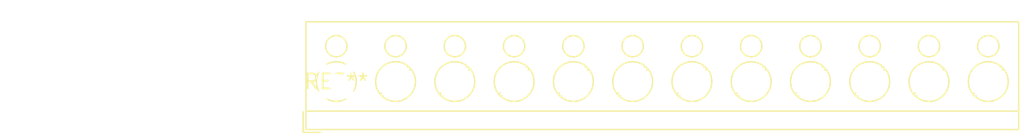
<source format=kicad_pcb>
(kicad_pcb (version 20240108) (generator pcbnew)
  (layers (0 "F.Cu" signal) (31 "B.Cu" signal) (34 "B.Paste" user) (35 "F.Paste" user) (36 "B.SilkS" user "B.Silkscreen") (37 "F.SilkS" user "F.Silkscreen") (38 "B.Mask" user) (39 "F.Mask" user) (44 "Edge.Cuts" user))
  (net 0 "")
  (footprint "TerminalBlock_RND_205-00011_1x12_P5.00mm_Horizontal" (layer "F.Cu") (at 0 0)
    (property "Reference" "REF**")
    (property "Value" "TerminalBlock_RND_205-00011_1x12_P5.00mm_Horizontal")
    (fp_line (start -2.8 2.56) (end -2.8 4.3) (layer "F.SilkS") (stroke (width 0.12)))
    (fp_line (start -2.8 4.3) (end -1.3 4.3) (layer "F.SilkS") (stroke (width 0.12)))
    (fp_line (start -2.56 -5.06) (end -2.56 4.06) (layer "F.SilkS") (stroke (width 0.12)))
    (fp_line (start -2.56 -5.06) (end 57.56 -5.06) (layer "F.SilkS") (stroke (width 0.12)))
    (fp_line (start -2.56 2.5) (end 57.56 2.5) (layer "F.SilkS") (stroke (width 0.12)))
    (fp_line (start -2.56 4.06) (end 57.56 4.06) (layer "F.SilkS") (stroke (width 0.12)))
    (fp_line (start 3.82 0.976) (end 3.726 1.069) (layer "F.SilkS") (stroke (width 0.12)))
    (fp_line (start 3.99 1.216) (end 3.931 1.274) (layer "F.SilkS") (stroke (width 0.12)))
    (fp_line (start 6.07 -1.275) (end 6.011 -1.216) (layer "F.SilkS") (stroke (width 0.12)))
    (fp_line (start 6.275 -1.069) (end 6.181 -0.976) (layer "F.SilkS") (stroke (width 0.12)))
    (fp_line (start 8.82 0.976) (end 8.726 1.069) (layer "F.SilkS") (stroke (width 0.12)))
    (fp_line (start 8.99 1.216) (end 8.931 1.274) (layer "F.SilkS") (stroke (width 0.12)))
    (fp_line (start 11.07 -1.275) (end 11.011 -1.216) (layer "F.SilkS") (stroke (width 0.12)))
    (fp_line (start 11.275 -1.069) (end 11.181 -0.976) (layer "F.SilkS") (stroke (width 0.12)))
    (fp_line (start 13.82 0.976) (end 13.726 1.069) (layer "F.SilkS") (stroke (width 0.12)))
    (fp_line (start 13.99 1.216) (end 13.931 1.274) (layer "F.SilkS") (stroke (width 0.12)))
    (fp_line (start 16.07 -1.275) (end 16.011 -1.216) (layer "F.SilkS") (stroke (width 0.12)))
    (fp_line (start 16.275 -1.069) (end 16.181 -0.976) (layer "F.SilkS") (stroke (width 0.12)))
    (fp_line (start 18.82 0.976) (end 18.726 1.069) (layer "F.SilkS") (stroke (width 0.12)))
    (fp_line (start 18.99 1.216) (end 18.931 1.274) (layer "F.SilkS") (stroke (width 0.12)))
    (fp_line (start 21.07 -1.275) (end 21.011 -1.216) (layer "F.SilkS") (stroke (width 0.12)))
    (fp_line (start 21.275 -1.069) (end 21.181 -0.976) (layer "F.SilkS") (stroke (width 0.12)))
    (fp_line (start 23.82 0.976) (end 23.726 1.069) (layer "F.SilkS") (stroke (width 0.12)))
    (fp_line (start 23.99 1.216) (end 23.931 1.274) (layer "F.SilkS") (stroke (width 0.12)))
    (fp_line (start 26.07 -1.275) (end 26.011 -1.216) (layer "F.SilkS") (stroke (width 0.12)))
    (fp_line (start 26.275 -1.069) (end 26.181 -0.976) (layer "F.SilkS") (stroke (width 0.12)))
    (fp_line (start 28.82 0.976) (end 28.726 1.069) (layer "F.SilkS") (stroke (width 0.12)))
    (fp_line (start 28.99 1.216) (end 28.931 1.274) (layer "F.SilkS") (stroke (width 0.12)))
    (fp_line (start 31.07 -1.275) (end 31.011 -1.216) (layer "F.SilkS") (stroke (width 0.12)))
    (fp_line (start 31.275 -1.069) (end 31.181 -0.976) (layer "F.SilkS") (stroke (width 0.12)))
    (fp_line (start 33.82 0.976) (end 33.726 1.069) (layer "F.SilkS") (stroke (width 0.12)))
    (fp_line (start 33.99 1.216) (end 33.931 1.274) (layer "F.SilkS") (stroke (width 0.12)))
    (fp_line (start 36.07 -1.275) (end 36.011 -1.216) (layer "F.SilkS") (stroke (width 0.12)))
    (fp_line (start 36.275 -1.069) (end 36.181 -0.976) (layer "F.SilkS") (stroke (width 0.12)))
    (fp_line (start 38.82 0.976) (end 38.726 1.069) (layer "F.SilkS") (stroke (width 0.12)))
    (fp_line (start 38.99 1.216) (end 38.931 1.274) (layer "F.SilkS") (stroke (width 0.12)))
    (fp_line (start 41.07 -1.275) (end 41.011 -1.216) (layer "F.SilkS") (stroke (width 0.12)))
    (fp_line (start 41.275 -1.069) (end 41.181 -0.976) (layer "F.SilkS") (stroke (width 0.12)))
    (fp_line (start 43.82 0.976) (end 43.726 1.069) (layer "F.SilkS") (stroke (width 0.12)))
    (fp_line (start 43.99 1.216) (end 43.931 1.274) (layer "F.SilkS") (stroke (width 0.12)))
    (fp_line (start 46.07 -1.275) (end 46.011 -1.216) (layer "F.SilkS") (stroke (width 0.12)))
    (fp_line (start 46.275 -1.069) (end 46.181 -0.976) (layer "F.SilkS") (stroke (width 0.12)))
    (fp_line (start 48.82 0.976) (end 48.726 1.069) (layer "F.SilkS") (stroke (width 0.12)))
    (fp_line (start 48.99 1.216) (end 48.931 1.274) (layer "F.SilkS") (stroke (width 0.12)))
    (fp_line (start 51.07 -1.275) (end 51.011 -1.216) (layer "F.SilkS") (stroke (width 0.12)))
    (fp_line (start 51.275 -1.069) (end 51.181 -0.976) (layer "F.SilkS") (stroke (width 0.12)))
    (fp_line (start 53.82 0.976) (end 53.726 1.069) (layer "F.SilkS") (stroke (width 0.12)))
    (fp_line (start 53.99 1.216) (end 53.931 1.274) (layer "F.SilkS") (stroke (width 0.12)))
    (fp_line (start 56.07 -1.275) (end 56.011 -1.216) (layer "F.SilkS") (stroke (width 0.12)))
    (fp_line (start 56.275 -1.069) (end 56.181 -0.976) (layer "F.SilkS") (stroke (width 0.12)))
    (fp_line (start 57.56 -5.06) (end 57.56 4.06) (layer "F.SilkS") (stroke (width 0.12)))
    (fp_arc (start -1.483953 0.789089) (mid -1.680708 5e-05) (end -1.484 -0.789) (layer "F.SilkS") (stroke (width 0.12)))
    (fp_arc (start -0.789089 -1.483953) (mid -5e-05 -1.680708) (end 0.789 -1.484) (layer "F.SilkS") (stroke (width 0.12)))
    (fp_arc (start 0.029383 1.68045) (mid -0.392304 1.634281) (end -0.789 1.484) (layer "F.SilkS") (stroke (width 0.12)))
    (fp_arc (start 0.788712 1.483352) (mid 0.406429 1.630097) (end 0 1.68) (layer "F.SilkS") (stroke (width 0.12)))
    (fp_arc (start 1.483953 -0.789089) (mid 1.680708 -5e-05) (end 1.484 0.789) (layer "F.SilkS") (stroke (width 0.12)))
    (fp_circle (center 0 -3) (end 0.9 -3) (layer "F.SilkS") (stroke (width 0.12)) (fill none))
    (fp_circle (center 5 -3) (end 5.9 -3) (layer "F.SilkS") (stroke (width 0.12)) (fill none))
    (fp_circle (center 5 0) (end 6.68 0) (layer "F.SilkS") (stroke (width 0.12)) (fill none))
    (fp_circle (center 10 -3) (end 10.9 -3) (layer "F.SilkS") (stroke (width 0.12)) (fill none))
    (fp_circle (center 10 0) (end 11.68 0) (layer "F.SilkS") (stroke (width 0.12)) (fill none))
    (fp_circle (center 15 -3) (end 15.9 -3) (layer "F.SilkS") (stroke (width 0.12)) (fill none))
    (fp_circle (center 15 0) (end 16.68 0) (layer "F.SilkS") (stroke (width 0.12)) (fill none))
    (fp_circle (center 20 -3) (end 20.9 -3) (layer "F.SilkS") (stroke (width 0.12)) (fill none))
    (fp_circle (center 20 0) (end 21.68 0) (layer "F.SilkS") (stroke (width 0.12)) (fill none))
    (fp_circle (center 25 -3) (end 25.9 -3) (layer "F.SilkS") (stroke (width 0.12)) (fill none))
    (fp_circle (center 25 0) (end 26.68 0) (layer "F.SilkS") (stroke (width 0.12)) (fill none))
    (fp_circle (center 30 -3) (end 30.9 -3) (layer "F.SilkS") (stroke (width 0.12)) (fill none))
    (fp_circle (center 30 0) (end 31.68 0) (layer "F.SilkS") (stroke (width 0.12)) (fill none))
    (fp_circle (center 35 -3) (end 35.9 -3) (layer "F.SilkS") (stroke (width 0.12)) (fill none))
    (fp_circle (center 35 0) (end 36.68 0) (layer "F.SilkS") (stroke (width 0.12)) (fill none))
    (fp_circle (center 40 -3) (end 40.9 -3) (layer "F.SilkS") (stroke (width 0.12)) (fill none))
    (fp_circle (center 40 0) (end 41.68 0) (layer "F.SilkS") (stroke (width 0.12)) (fill none))
    (fp_circle (center 45 -3) (end 45.9 -3) (layer "F.SilkS") (stroke (width 0.12)) (fill none))
    (fp_circle (center 45 0) (end 46.68 0) (layer "F.SilkS") (stroke (width 0.12)) (fill none))
    (fp_circle (center 50 -3) (end 50.9 -3) (layer "F.SilkS") (stroke (width 0.12)) (fill none))
    (fp_circle (center 50 0) (end 51.68 0) (layer "F.SilkS") (stroke (width 0.12)) (fill none))
    (fp_circle (center 55 -3) (end 55.9 -3) (layer "F.SilkS") (stroke (width 0.12)) (fill none))
    (fp_circle (center 55 0) (end 56.68 0) (layer "F.SilkS") (stroke (width 0.12)) (fill none))
    (pad "1" thru_hole rect (at 0 0) (size 2.5 2.5) (drill 1.3) (layers *.Cu *.Mask) (remove_unused_layers))
    (pad "2" thru_hole circle (at 5 0) (size 2.5 2.5) (drill 1.3) (layers *.Cu *.Mask) (remove_unused_layers))
    (pad "3" thru_hole circle (at 10 0) (size 2.5 2.5) (drill 1.3) (layers *.Cu *.Mask) (remove_unused_layers))
    (pad "4" thru_hole circle (at 15 0) (size 2.5 2.5) (drill 1.3) (layers *.Cu *.Mask) (remove_unused_layers))
    (pad "5" thru_hole circle (at 20 0) (size 2.5 2.5) (drill 1.3) (layers *.Cu *.Mask) (remove_unused_layers))
    (pad "6" thru_hole circle (at 25 0) (size 2.5 2.5) (drill 1.3) (layers *.Cu *.Mask) (remove_unused_layers))
    (pad "7" thru_hole circle (at 30 0) (size 2.5 2.5) (drill 1.3) (layers *.Cu *.Mask) (remove_unused_layers))
    (pad "8" thru_hole circle (at 35 0) (size 2.5 2.5) (drill 1.3) (layers *.Cu *.Mask) (remove_unused_layers))
    (pad "9" thru_hole circle (at 40 0) (size 2.5 2.5) (drill 1.3) (layers *.Cu *.Mask) (remove_unused_layers))
    (pad "10" thru_hole circle (at 45 0) (size 2.5 2.5) (drill 1.3) (layers *.Cu *.Mask) (remove_unused_layers))
    (pad "11" thru_hole circle (at 50 0) (size 2.5 2.5) (drill 1.3) (layers *.Cu *.Mask) (remove_unused_layers))
    (pad "12" thru_hole circle (at 55 0) (size 2.5 2.5) (drill 1.3) (layers *.Cu *.Mask) (remove_unused_layers))
  )
)
</source>
